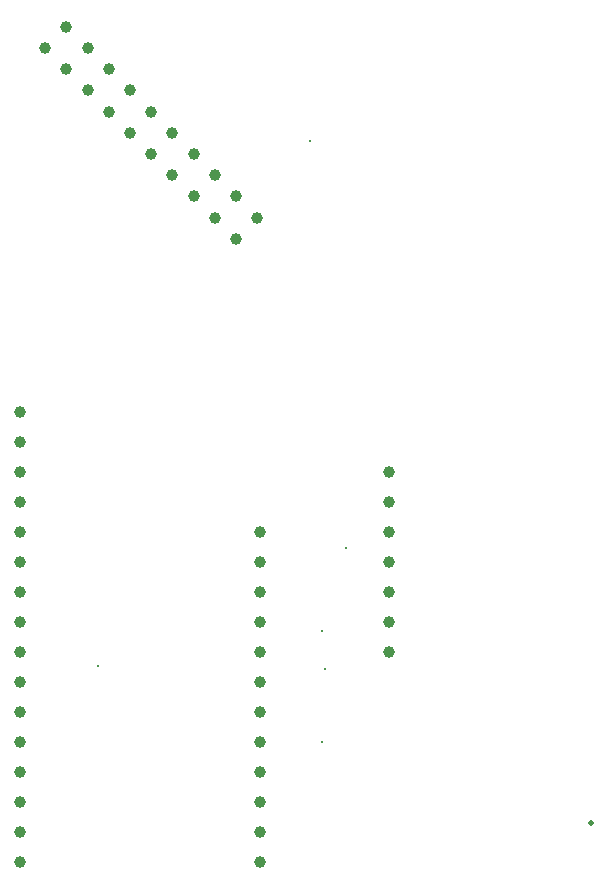
<source format=gbr>
%TF.GenerationSoftware,KiCad,Pcbnew,9.0.2*%
%TF.CreationDate,2025-09-11T00:30:21-04:00*%
%TF.ProjectId,FIRM_Interestlaunch,4649524d-5f49-46e7-9465-726573746c61,rev?*%
%TF.SameCoordinates,Original*%
%TF.FileFunction,Plated,1,2,PTH,Drill*%
%TF.FilePolarity,Positive*%
%FSLAX46Y46*%
G04 Gerber Fmt 4.6, Leading zero omitted, Abs format (unit mm)*
G04 Created by KiCad (PCBNEW 9.0.2) date 2025-09-11 00:30:21*
%MOMM*%
%LPD*%
G01*
G04 APERTURE LIST*
%TA.AperFunction,ViaDrill*%
%ADD10C,0.300000*%
%TD*%
%TA.AperFunction,ComponentDrill*%
%ADD11C,0.500000*%
%TD*%
%TA.AperFunction,ComponentDrill*%
%ADD12C,1.000000*%
%TD*%
G04 APERTURE END LIST*
D10*
X124000000Y-111000000D03*
X142000000Y-66500000D03*
X143000000Y-108000000D03*
X143000000Y-117390000D03*
X143250000Y-111250000D03*
X145000000Y-101000000D03*
D11*
%TO.C,U3*%
X165750000Y-124250000D03*
D12*
%TO.C,A1*%
X117447500Y-89450000D03*
X117447500Y-91990000D03*
X117447500Y-94530000D03*
X117447500Y-97070000D03*
X117447500Y-99610000D03*
X117447500Y-102150000D03*
X117447500Y-104690000D03*
X117447500Y-107230000D03*
X117447500Y-109770000D03*
X117447500Y-112310000D03*
X117447500Y-114850000D03*
X117447500Y-117390000D03*
X117447500Y-119930000D03*
X117447500Y-122470000D03*
X117447500Y-125010000D03*
X117447500Y-127550000D03*
%TO.C,U2*%
X119539488Y-58631590D03*
X121335539Y-56835539D03*
X121335539Y-60427641D03*
X123131590Y-58631590D03*
X123131590Y-62223692D03*
X124927642Y-60427641D03*
X124927642Y-64019744D03*
X126723693Y-62223692D03*
X126723693Y-65815795D03*
X128519744Y-64019744D03*
X128519744Y-67611846D03*
X130315795Y-65815795D03*
X130315795Y-69407897D03*
X132111847Y-67611846D03*
X132111847Y-71203949D03*
X133907898Y-69407897D03*
X133907898Y-73000000D03*
X135703949Y-71203949D03*
X135703949Y-74796051D03*
X137500000Y-73000000D03*
%TO.C,A1*%
X137767500Y-99610000D03*
X137767500Y-102150000D03*
X137767500Y-104690000D03*
X137767500Y-107230000D03*
X137767500Y-109770000D03*
X137767500Y-112310000D03*
X137767500Y-114850000D03*
X137767500Y-117390000D03*
X137767500Y-119930000D03*
X137767500Y-122470000D03*
X137767500Y-125010000D03*
X137767500Y-127550000D03*
%TO.C,U1*%
X148622500Y-94500000D03*
X148622500Y-97040000D03*
X148622500Y-99580000D03*
X148622500Y-102120000D03*
X148622500Y-104660000D03*
X148622500Y-107200000D03*
X148622500Y-109740000D03*
M02*

</source>
